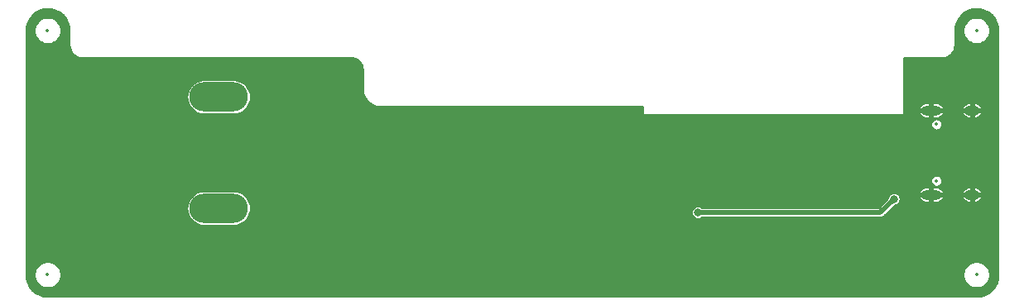
<source format=gbr>
%TF.GenerationSoftware,KiCad,Pcbnew,(5.1.9-0-10_14)*%
%TF.CreationDate,2021-08-23T14:50:20+08:00*%
%TF.ProjectId,KNOB_MAIN,4b4e4f42-5f4d-4414-994e-2e6b69636164,V1.0*%
%TF.SameCoordinates,Original*%
%TF.FileFunction,Copper,L2,Bot*%
%TF.FilePolarity,Positive*%
%FSLAX46Y46*%
G04 Gerber Fmt 4.6, Leading zero omitted, Abs format (unit mm)*
G04 Created by KiCad (PCBNEW (5.1.9-0-10_14)) date 2021-08-23 14:50:21*
%MOMM*%
%LPD*%
G01*
G04 APERTURE LIST*
%TA.AperFunction,ComponentPad*%
%ADD10O,6.000000X3.000000*%
%TD*%
%TA.AperFunction,ComponentPad*%
%ADD11O,2.100000X1.000000*%
%TD*%
%TA.AperFunction,ComponentPad*%
%ADD12O,1.600000X1.000000*%
%TD*%
%TA.AperFunction,ViaPad*%
%ADD13C,0.700000*%
%TD*%
%TA.AperFunction,ViaPad*%
%ADD14C,0.500000*%
%TD*%
%TA.AperFunction,ViaPad*%
%ADD15C,0.800000*%
%TD*%
%TA.AperFunction,Conductor*%
%ADD16C,0.500000*%
%TD*%
%TA.AperFunction,Conductor*%
%ADD17C,0.254000*%
%TD*%
%TA.AperFunction,Conductor*%
%ADD18C,0.350000*%
%TD*%
%ADD19C,0.350000*%
%ADD20C,0.300000*%
%ADD21O,2.800000X2.000000*%
%ADD22O,1.700000X0.600000*%
%ADD23O,1.200000X0.600000*%
G04 APERTURE END LIST*
D10*
%TO.P,SW1,*%
%TO.N,*%
X120000000Y-90700000D03*
X120000000Y-79300000D03*
%TD*%
D11*
%TO.P,J1,S1*%
%TO.N,GND*%
X192870000Y-80680000D03*
X192870000Y-89320000D03*
D12*
X197050000Y-89320000D03*
X197050000Y-80680000D03*
%TD*%
D13*
%TO.N,GND*%
X177500000Y-88500000D03*
X175500000Y-86500000D03*
X175500000Y-88500000D03*
X177500000Y-84500000D03*
X179500000Y-84500000D03*
X179500000Y-86500000D03*
X179500000Y-88500000D03*
X175500000Y-84500000D03*
X177500000Y-86500000D03*
D14*
X170500000Y-86000000D03*
X170500000Y-87000000D03*
X170500000Y-85000000D03*
X190000000Y-83600000D03*
X190000000Y-85600000D03*
X190000000Y-86950000D03*
X193250000Y-85850000D03*
X101000000Y-76000000D03*
X103000000Y-76000000D03*
X105000000Y-76000000D03*
X107000000Y-76000000D03*
X109000000Y-76000000D03*
X111000000Y-76000000D03*
X113000000Y-76000000D03*
X115000000Y-76000000D03*
X117000000Y-76000000D03*
X101000000Y-78000000D03*
X101000000Y-80000000D03*
X101000000Y-82000000D03*
X101000000Y-84000000D03*
X101000000Y-86000000D03*
X101000000Y-88000000D03*
X101000000Y-90000000D03*
X101000000Y-92000000D03*
X101000000Y-94000000D03*
X105000000Y-80000000D03*
X109000000Y-80000000D03*
X105000000Y-84000000D03*
X109000000Y-84000000D03*
X105000000Y-88000000D03*
X109000000Y-92000000D03*
X105000000Y-92000000D03*
X105000000Y-94000000D03*
X109000000Y-94000000D03*
X106000000Y-99000000D03*
X108000000Y-99000000D03*
X110000000Y-99000000D03*
X112000000Y-99000000D03*
X114000000Y-99000000D03*
X116000000Y-99000000D03*
X118000000Y-99000000D03*
X120000000Y-99000000D03*
X122000000Y-99000000D03*
X124000000Y-99000000D03*
X126000000Y-99000000D03*
X128000000Y-99000000D03*
X130000000Y-99000000D03*
X132000000Y-99000000D03*
X134000000Y-99000000D03*
X136000000Y-99000000D03*
X138000000Y-99000000D03*
X140000000Y-99000000D03*
X142000000Y-99000000D03*
X144000000Y-99000000D03*
X146000000Y-99000000D03*
X148000000Y-99000000D03*
X150000000Y-99000000D03*
X152000000Y-99000000D03*
X154000000Y-99000000D03*
X156000000Y-99000000D03*
X158000000Y-99000000D03*
X160000000Y-99000000D03*
X162000000Y-99000000D03*
X164000000Y-99000000D03*
X166000000Y-99000000D03*
X168000000Y-99000000D03*
X170000000Y-99000000D03*
X172000000Y-99000000D03*
X174000000Y-99000000D03*
X176000000Y-99000000D03*
X178000000Y-99000000D03*
X180000000Y-99000000D03*
X182000000Y-99000000D03*
X184000000Y-99000000D03*
X186000000Y-99000000D03*
X188000000Y-99000000D03*
X190000000Y-99000000D03*
X192000000Y-99000000D03*
X194000000Y-99000000D03*
X105000000Y-78000000D03*
X109000000Y-78000000D03*
X105000000Y-82000000D03*
X105000000Y-86000000D03*
X109000000Y-86000000D03*
X105000000Y-90000000D03*
X109000000Y-90000000D03*
X106000000Y-97000000D03*
X110000000Y-97000000D03*
X114000000Y-97000000D03*
X118000000Y-97000000D03*
X122000000Y-97000000D03*
X126000000Y-97000000D03*
X130000000Y-97000000D03*
X113000000Y-78000000D03*
X125000000Y-76000000D03*
X127000000Y-76000000D03*
X129000000Y-76000000D03*
X131000000Y-76000000D03*
X133000000Y-76000000D03*
X127000000Y-78000000D03*
X130000000Y-78000000D03*
X134000000Y-78000000D03*
X132000000Y-80000000D03*
X136000000Y-84000000D03*
X138000000Y-86000000D03*
X140000000Y-89000000D03*
X142000000Y-91000000D03*
X144000000Y-93000000D03*
X146000000Y-95000000D03*
X136000000Y-96000000D03*
X140000000Y-96000000D03*
X144000000Y-96000000D03*
X137000000Y-81000000D03*
X139000000Y-81000000D03*
X141000000Y-81000000D03*
X143000000Y-81000000D03*
X145000000Y-81000000D03*
X147000000Y-81000000D03*
X149000000Y-81000000D03*
X151000000Y-81000000D03*
X153000000Y-81000000D03*
X155000000Y-81000000D03*
X157000000Y-81000000D03*
X159000000Y-81000000D03*
X161000000Y-81000000D03*
X163000000Y-81000000D03*
X164000000Y-81500000D03*
X165000000Y-81500000D03*
X166000000Y-81500000D03*
X167000000Y-81500000D03*
X168000000Y-81500000D03*
X169000000Y-81500000D03*
X170000000Y-81500000D03*
X185000000Y-81500000D03*
X186000000Y-81500000D03*
X187000000Y-81500000D03*
X188000000Y-81500000D03*
X189000000Y-81500000D03*
X190000000Y-81500000D03*
X190500000Y-80500000D03*
X190500000Y-79500000D03*
X190500000Y-78500000D03*
X190500000Y-77500000D03*
X190500000Y-76500000D03*
X199000000Y-76000000D03*
X197000000Y-76000000D03*
X195000000Y-76000000D03*
X193000000Y-76000000D03*
X191000000Y-76000000D03*
X199000000Y-78000000D03*
X199000000Y-92000000D03*
X199000000Y-94000000D03*
X195000000Y-78000000D03*
X195000000Y-92000000D03*
X195000000Y-94000000D03*
X191000000Y-94000000D03*
X191000000Y-92000000D03*
X187000000Y-92000000D03*
X187000000Y-94000000D03*
X183000000Y-94000000D03*
X191000000Y-96000000D03*
X187000000Y-96000000D03*
X183000000Y-96000000D03*
X179000000Y-96000000D03*
X150000000Y-95000000D03*
X148000000Y-93000000D03*
X146000000Y-91000000D03*
X144000000Y-89000000D03*
X142000000Y-87000000D03*
X139000000Y-83000000D03*
X142000000Y-84000000D03*
X146000000Y-84000000D03*
X150000000Y-84000000D03*
X154000000Y-84000000D03*
X158000000Y-84000000D03*
X156000000Y-86000000D03*
X152000000Y-86000000D03*
X148000000Y-86000000D03*
X144000000Y-86000000D03*
X154000000Y-95000000D03*
X158000000Y-95000000D03*
X168000000Y-95000000D03*
X172000000Y-95000000D03*
X175000000Y-94000000D03*
X150000000Y-92000000D03*
X154000000Y-92000000D03*
X158000000Y-92000000D03*
X158000000Y-89000000D03*
X154000000Y-89000000D03*
X150000000Y-89000000D03*
X140000000Y-93000000D03*
X136000000Y-93000000D03*
X132000000Y-93000000D03*
X136000000Y-89000000D03*
X132000000Y-89000000D03*
X113000000Y-94000000D03*
X127000000Y-94000000D03*
X132000000Y-84000000D03*
X132000000Y-86000000D03*
D15*
%TO.N,+5V*%
X169000000Y-91150000D03*
X189050000Y-89750000D03*
%TD*%
D16*
%TO.N,+5V*%
X187650000Y-91150000D02*
X189050000Y-89750000D01*
X169000000Y-91150000D02*
X187650000Y-91150000D01*
%TD*%
D17*
%TO.N,GND*%
X197911591Y-70342355D02*
X198322846Y-70463394D01*
X198702753Y-70662005D01*
X199036848Y-70930626D01*
X199312404Y-71259019D01*
X199518927Y-71634684D01*
X199648552Y-72043314D01*
X199697874Y-72483029D01*
X199698001Y-72501253D01*
X199698000Y-97485226D01*
X199654719Y-97926646D01*
X199530814Y-98337039D01*
X199329555Y-98715553D01*
X199058610Y-99047765D01*
X198728297Y-99321023D01*
X198351196Y-99524921D01*
X197941680Y-99651687D01*
X197501094Y-99697994D01*
X197499516Y-99698000D01*
X102514774Y-99698000D01*
X102073354Y-99654719D01*
X101662961Y-99530814D01*
X101284447Y-99329555D01*
X100952235Y-99058610D01*
X100678977Y-98728297D01*
X100475079Y-98351196D01*
X100348313Y-97941680D01*
X100302006Y-97501094D01*
X100302000Y-97499516D01*
X100302000Y-97364377D01*
X101123000Y-97364377D01*
X101123000Y-97635623D01*
X101175917Y-97901656D01*
X101279718Y-98152254D01*
X101430414Y-98377787D01*
X101622213Y-98569586D01*
X101847746Y-98720282D01*
X102098344Y-98824083D01*
X102364377Y-98877000D01*
X102635623Y-98877000D01*
X102901656Y-98824083D01*
X103152254Y-98720282D01*
X103377787Y-98569586D01*
X103569586Y-98377787D01*
X103720282Y-98152254D01*
X103824083Y-97901656D01*
X103877000Y-97635623D01*
X103877000Y-97364377D01*
X196123000Y-97364377D01*
X196123000Y-97635623D01*
X196175917Y-97901656D01*
X196279718Y-98152254D01*
X196430414Y-98377787D01*
X196622213Y-98569586D01*
X196847746Y-98720282D01*
X197098344Y-98824083D01*
X197364377Y-98877000D01*
X197635623Y-98877000D01*
X197901656Y-98824083D01*
X198152254Y-98720282D01*
X198377787Y-98569586D01*
X198569586Y-98377787D01*
X198720282Y-98152254D01*
X198824083Y-97901656D01*
X198877000Y-97635623D01*
X198877000Y-97364377D01*
X198824083Y-97098344D01*
X198720282Y-96847746D01*
X198569586Y-96622213D01*
X198377787Y-96430414D01*
X198152254Y-96279718D01*
X197901656Y-96175917D01*
X197635623Y-96123000D01*
X197364377Y-96123000D01*
X197098344Y-96175917D01*
X196847746Y-96279718D01*
X196622213Y-96430414D01*
X196430414Y-96622213D01*
X196279718Y-96847746D01*
X196175917Y-97098344D01*
X196123000Y-97364377D01*
X103877000Y-97364377D01*
X103824083Y-97098344D01*
X103720282Y-96847746D01*
X103569586Y-96622213D01*
X103377787Y-96430414D01*
X103152254Y-96279718D01*
X102901656Y-96175917D01*
X102635623Y-96123000D01*
X102364377Y-96123000D01*
X102098344Y-96175917D01*
X101847746Y-96279718D01*
X101622213Y-96430414D01*
X101430414Y-96622213D01*
X101279718Y-96847746D01*
X101175917Y-97098344D01*
X101123000Y-97364377D01*
X100302000Y-97364377D01*
X100302000Y-90700000D01*
X116714402Y-90700000D01*
X116748712Y-91048353D01*
X116850323Y-91383319D01*
X117015330Y-91692025D01*
X117237392Y-91962608D01*
X117507975Y-92184670D01*
X117816681Y-92349677D01*
X118151647Y-92451288D01*
X118412704Y-92477000D01*
X121587296Y-92477000D01*
X121848353Y-92451288D01*
X122183319Y-92349677D01*
X122492025Y-92184670D01*
X122762608Y-91962608D01*
X122984670Y-91692025D01*
X123149677Y-91383319D01*
X123240680Y-91083321D01*
X168323000Y-91083321D01*
X168323000Y-91216679D01*
X168349016Y-91347474D01*
X168400050Y-91470680D01*
X168474140Y-91581563D01*
X168568437Y-91675860D01*
X168679320Y-91749950D01*
X168802526Y-91800984D01*
X168933321Y-91827000D01*
X169066679Y-91827000D01*
X169197474Y-91800984D01*
X169320680Y-91749950D01*
X169429857Y-91677000D01*
X187624119Y-91677000D01*
X187650000Y-91679549D01*
X187675881Y-91677000D01*
X187753310Y-91669374D01*
X187852650Y-91639239D01*
X187944202Y-91590304D01*
X188024448Y-91524448D01*
X188040955Y-91504334D01*
X189118690Y-90426600D01*
X189247474Y-90400984D01*
X189370680Y-90349950D01*
X189481563Y-90275860D01*
X189575860Y-90181563D01*
X189649950Y-90070680D01*
X189700984Y-89947474D01*
X189727000Y-89816679D01*
X189727000Y-89683321D01*
X189703535Y-89565351D01*
X191582754Y-89565351D01*
X191603390Y-89646082D01*
X191680775Y-89779620D01*
X191782725Y-89895495D01*
X191905322Y-89989254D01*
X192043855Y-90057294D01*
X192193000Y-90097000D01*
X192743000Y-90097000D01*
X192743000Y-89447000D01*
X192997000Y-89447000D01*
X192997000Y-90097000D01*
X193547000Y-90097000D01*
X193696145Y-90057294D01*
X193834678Y-89989254D01*
X193957275Y-89895495D01*
X194059225Y-89779620D01*
X194136610Y-89646082D01*
X194157246Y-89565351D01*
X196012754Y-89565351D01*
X196033390Y-89646082D01*
X196110775Y-89779620D01*
X196212725Y-89895495D01*
X196335322Y-89989254D01*
X196473855Y-90057294D01*
X196623000Y-90097000D01*
X196923000Y-90097000D01*
X196923000Y-89447000D01*
X197177000Y-89447000D01*
X197177000Y-90097000D01*
X197477000Y-90097000D01*
X197626145Y-90057294D01*
X197764678Y-89989254D01*
X197887275Y-89895495D01*
X197989225Y-89779620D01*
X198066610Y-89646082D01*
X198087246Y-89565351D01*
X198046262Y-89447000D01*
X197177000Y-89447000D01*
X196923000Y-89447000D01*
X196053738Y-89447000D01*
X196012754Y-89565351D01*
X194157246Y-89565351D01*
X194116262Y-89447000D01*
X192997000Y-89447000D01*
X192743000Y-89447000D01*
X191623738Y-89447000D01*
X191582754Y-89565351D01*
X189703535Y-89565351D01*
X189700984Y-89552526D01*
X189649950Y-89429320D01*
X189575860Y-89318437D01*
X189481563Y-89224140D01*
X189370680Y-89150050D01*
X189247474Y-89099016D01*
X189124970Y-89074649D01*
X191582754Y-89074649D01*
X191623738Y-89193000D01*
X192743000Y-89193000D01*
X192743000Y-88543000D01*
X192997000Y-88543000D01*
X192997000Y-89193000D01*
X194116262Y-89193000D01*
X194157246Y-89074649D01*
X196012754Y-89074649D01*
X196053738Y-89193000D01*
X196923000Y-89193000D01*
X196923000Y-88543000D01*
X197177000Y-88543000D01*
X197177000Y-89193000D01*
X198046262Y-89193000D01*
X198087246Y-89074649D01*
X198066610Y-88993918D01*
X197989225Y-88860380D01*
X197887275Y-88744505D01*
X197764678Y-88650746D01*
X197626145Y-88582706D01*
X197477000Y-88543000D01*
X197177000Y-88543000D01*
X196923000Y-88543000D01*
X196623000Y-88543000D01*
X196473855Y-88582706D01*
X196335322Y-88650746D01*
X196212725Y-88744505D01*
X196110775Y-88860380D01*
X196033390Y-88993918D01*
X196012754Y-89074649D01*
X194157246Y-89074649D01*
X194136610Y-88993918D01*
X194059225Y-88860380D01*
X193957275Y-88744505D01*
X193834678Y-88650746D01*
X193696145Y-88582706D01*
X193547000Y-88543000D01*
X192997000Y-88543000D01*
X192743000Y-88543000D01*
X192193000Y-88543000D01*
X192043855Y-88582706D01*
X191905322Y-88650746D01*
X191782725Y-88744505D01*
X191680775Y-88860380D01*
X191603390Y-88993918D01*
X191582754Y-89074649D01*
X189124970Y-89074649D01*
X189116679Y-89073000D01*
X188983321Y-89073000D01*
X188852526Y-89099016D01*
X188729320Y-89150050D01*
X188618437Y-89224140D01*
X188524140Y-89318437D01*
X188450050Y-89429320D01*
X188399016Y-89552526D01*
X188373400Y-89681310D01*
X187431711Y-90623000D01*
X169429857Y-90623000D01*
X169320680Y-90550050D01*
X169197474Y-90499016D01*
X169066679Y-90473000D01*
X168933321Y-90473000D01*
X168802526Y-90499016D01*
X168679320Y-90550050D01*
X168568437Y-90624140D01*
X168474140Y-90718437D01*
X168400050Y-90829320D01*
X168349016Y-90952526D01*
X168323000Y-91083321D01*
X123240680Y-91083321D01*
X123251288Y-91048353D01*
X123285598Y-90700000D01*
X123251288Y-90351647D01*
X123149677Y-90016681D01*
X122984670Y-89707975D01*
X122762608Y-89437392D01*
X122492025Y-89215330D01*
X122183319Y-89050323D01*
X121848353Y-88948712D01*
X121587296Y-88923000D01*
X118412704Y-88923000D01*
X118151647Y-88948712D01*
X117816681Y-89050323D01*
X117507975Y-89215330D01*
X117237392Y-89437392D01*
X117015330Y-89707975D01*
X116850323Y-90016681D01*
X116748712Y-90351647D01*
X116714402Y-90700000D01*
X100302000Y-90700000D01*
X100302000Y-87830708D01*
X192798000Y-87830708D01*
X192798000Y-87949292D01*
X192821134Y-88065597D01*
X192866514Y-88175154D01*
X192932396Y-88273753D01*
X193016247Y-88357604D01*
X193114846Y-88423486D01*
X193224403Y-88468866D01*
X193340708Y-88492000D01*
X193459292Y-88492000D01*
X193575597Y-88468866D01*
X193685154Y-88423486D01*
X193783753Y-88357604D01*
X193867604Y-88273753D01*
X193933486Y-88175154D01*
X193978866Y-88065597D01*
X194002000Y-87949292D01*
X194002000Y-87830708D01*
X193978866Y-87714403D01*
X193933486Y-87604846D01*
X193867604Y-87506247D01*
X193783753Y-87422396D01*
X193685154Y-87356514D01*
X193575597Y-87311134D01*
X193459292Y-87288000D01*
X193340708Y-87288000D01*
X193224403Y-87311134D01*
X193114846Y-87356514D01*
X193016247Y-87422396D01*
X192932396Y-87506247D01*
X192866514Y-87604846D01*
X192821134Y-87714403D01*
X192798000Y-87830708D01*
X100302000Y-87830708D01*
X100302000Y-82050708D01*
X192798000Y-82050708D01*
X192798000Y-82169292D01*
X192821134Y-82285597D01*
X192866514Y-82395154D01*
X192932396Y-82493753D01*
X193016247Y-82577604D01*
X193114846Y-82643486D01*
X193224403Y-82688866D01*
X193340708Y-82712000D01*
X193459292Y-82712000D01*
X193575597Y-82688866D01*
X193685154Y-82643486D01*
X193783753Y-82577604D01*
X193867604Y-82493753D01*
X193933486Y-82395154D01*
X193978866Y-82285597D01*
X194002000Y-82169292D01*
X194002000Y-82050708D01*
X193978866Y-81934403D01*
X193933486Y-81824846D01*
X193867604Y-81726247D01*
X193783753Y-81642396D01*
X193685154Y-81576514D01*
X193575597Y-81531134D01*
X193459292Y-81508000D01*
X193340708Y-81508000D01*
X193224403Y-81531134D01*
X193114846Y-81576514D01*
X193016247Y-81642396D01*
X192932396Y-81726247D01*
X192866514Y-81824846D01*
X192821134Y-81934403D01*
X192798000Y-82050708D01*
X100302000Y-82050708D01*
X100302000Y-79300000D01*
X116714402Y-79300000D01*
X116748712Y-79648353D01*
X116850323Y-79983319D01*
X117015330Y-80292025D01*
X117237392Y-80562608D01*
X117507975Y-80784670D01*
X117816681Y-80949677D01*
X118151647Y-81051288D01*
X118412704Y-81077000D01*
X121587296Y-81077000D01*
X121848353Y-81051288D01*
X122183319Y-80949677D01*
X122492025Y-80784670D01*
X122762608Y-80562608D01*
X122984670Y-80292025D01*
X123149677Y-79983319D01*
X123251288Y-79648353D01*
X123285598Y-79300000D01*
X123251288Y-78951647D01*
X123149677Y-78616681D01*
X122984670Y-78307975D01*
X122762608Y-78037392D01*
X122492025Y-77815330D01*
X122183319Y-77650323D01*
X121848353Y-77548712D01*
X121587296Y-77523000D01*
X118412704Y-77523000D01*
X118151647Y-77548712D01*
X117816681Y-77650323D01*
X117507975Y-77815330D01*
X117237392Y-78037392D01*
X117015330Y-78307975D01*
X116850323Y-78616681D01*
X116748712Y-78951647D01*
X116714402Y-79300000D01*
X100302000Y-79300000D01*
X100302000Y-72514774D01*
X100316746Y-72364377D01*
X101123000Y-72364377D01*
X101123000Y-72635623D01*
X101175917Y-72901656D01*
X101279718Y-73152254D01*
X101430414Y-73377787D01*
X101622213Y-73569586D01*
X101847746Y-73720282D01*
X102098344Y-73824083D01*
X102364377Y-73877000D01*
X102635623Y-73877000D01*
X102901656Y-73824083D01*
X103152254Y-73720282D01*
X103377787Y-73569586D01*
X103569586Y-73377787D01*
X103720282Y-73152254D01*
X103824083Y-72901656D01*
X103877000Y-72635623D01*
X103877000Y-72364377D01*
X103824083Y-72098344D01*
X103720282Y-71847746D01*
X103569586Y-71622213D01*
X103377787Y-71430414D01*
X103152254Y-71279718D01*
X102901656Y-71175917D01*
X102635623Y-71123000D01*
X102364377Y-71123000D01*
X102098344Y-71175917D01*
X101847746Y-71279718D01*
X101622213Y-71430414D01*
X101430414Y-71622213D01*
X101279718Y-71847746D01*
X101175917Y-72098344D01*
X101123000Y-72364377D01*
X100316746Y-72364377D01*
X100345282Y-72073351D01*
X100469186Y-71662959D01*
X100670445Y-71284448D01*
X100941391Y-70952234D01*
X101271703Y-70678977D01*
X101648802Y-70475080D01*
X102058318Y-70348313D01*
X102484668Y-70303502D01*
X102911591Y-70342355D01*
X103322846Y-70463394D01*
X103702753Y-70662005D01*
X104036848Y-70930626D01*
X104312404Y-71259019D01*
X104518927Y-71634684D01*
X104648552Y-72043314D01*
X104697874Y-72483029D01*
X104698000Y-72501111D01*
X104698001Y-74014833D01*
X104699310Y-74028128D01*
X104699267Y-74034353D01*
X104699678Y-74038549D01*
X104720079Y-74232646D01*
X104725581Y-74259446D01*
X104730712Y-74286345D01*
X104731931Y-74290382D01*
X104789643Y-74476819D01*
X104800237Y-74502021D01*
X104810503Y-74527431D01*
X104812483Y-74531154D01*
X104905308Y-74702831D01*
X104920595Y-74725494D01*
X104935602Y-74748428D01*
X104938267Y-74751696D01*
X105062671Y-74902073D01*
X105082070Y-74921337D01*
X105101244Y-74940916D01*
X105104493Y-74943604D01*
X105255735Y-75066954D01*
X105278487Y-75082070D01*
X105301118Y-75097566D01*
X105304828Y-75099571D01*
X105477150Y-75191196D01*
X105502403Y-75201604D01*
X105527614Y-75212410D01*
X105531643Y-75213657D01*
X105718479Y-75270066D01*
X105745294Y-75275375D01*
X105772102Y-75281073D01*
X105776296Y-75281514D01*
X105970529Y-75300559D01*
X105970536Y-75300559D01*
X105985167Y-75302000D01*
X133485227Y-75302000D01*
X133732415Y-75326237D01*
X133955968Y-75393732D01*
X134162162Y-75503367D01*
X134343131Y-75650962D01*
X134491985Y-75830896D01*
X134603058Y-76036320D01*
X134672112Y-76259398D01*
X134698001Y-76505719D01*
X134698000Y-78514832D01*
X134699344Y-78528482D01*
X134699279Y-78537842D01*
X134699691Y-78542039D01*
X134730291Y-78833184D01*
X134735796Y-78860003D01*
X134740924Y-78886884D01*
X134742143Y-78890921D01*
X134828711Y-79170577D01*
X134839289Y-79195739D01*
X134849571Y-79221189D01*
X134851551Y-79224912D01*
X134990790Y-79482428D01*
X135006062Y-79505069D01*
X135021083Y-79528023D01*
X135023749Y-79531291D01*
X135210354Y-79756858D01*
X135229734Y-79776102D01*
X135248926Y-79795701D01*
X135252176Y-79798389D01*
X135479040Y-79983415D01*
X135501792Y-79998531D01*
X135524423Y-80014027D01*
X135528132Y-80016032D01*
X135786613Y-80153469D01*
X135811854Y-80163872D01*
X135837077Y-80174683D01*
X135841106Y-80175929D01*
X136121360Y-80260543D01*
X136148159Y-80265849D01*
X136174984Y-80271551D01*
X136179178Y-80271992D01*
X136470530Y-80300559D01*
X136470536Y-80300559D01*
X136485167Y-80302000D01*
X163373000Y-80302000D01*
X163373000Y-81000000D01*
X163375440Y-81024776D01*
X163382667Y-81048601D01*
X163394403Y-81070557D01*
X163410197Y-81089803D01*
X163429443Y-81105597D01*
X163451399Y-81117333D01*
X163475224Y-81124560D01*
X163500000Y-81127000D01*
X190000000Y-81127000D01*
X190024776Y-81124560D01*
X190048601Y-81117333D01*
X190070557Y-81105597D01*
X190089803Y-81089803D01*
X190105597Y-81070557D01*
X190117333Y-81048601D01*
X190124560Y-81024776D01*
X190127000Y-81000000D01*
X190127000Y-80925351D01*
X191582754Y-80925351D01*
X191603390Y-81006082D01*
X191680775Y-81139620D01*
X191782725Y-81255495D01*
X191905322Y-81349254D01*
X192043855Y-81417294D01*
X192193000Y-81457000D01*
X192743000Y-81457000D01*
X192743000Y-80807000D01*
X192997000Y-80807000D01*
X192997000Y-81457000D01*
X193547000Y-81457000D01*
X193696145Y-81417294D01*
X193834678Y-81349254D01*
X193957275Y-81255495D01*
X194059225Y-81139620D01*
X194136610Y-81006082D01*
X194157246Y-80925351D01*
X196012754Y-80925351D01*
X196033390Y-81006082D01*
X196110775Y-81139620D01*
X196212725Y-81255495D01*
X196335322Y-81349254D01*
X196473855Y-81417294D01*
X196623000Y-81457000D01*
X196923000Y-81457000D01*
X196923000Y-80807000D01*
X197177000Y-80807000D01*
X197177000Y-81457000D01*
X197477000Y-81457000D01*
X197626145Y-81417294D01*
X197764678Y-81349254D01*
X197887275Y-81255495D01*
X197989225Y-81139620D01*
X198066610Y-81006082D01*
X198087246Y-80925351D01*
X198046262Y-80807000D01*
X197177000Y-80807000D01*
X196923000Y-80807000D01*
X196053738Y-80807000D01*
X196012754Y-80925351D01*
X194157246Y-80925351D01*
X194116262Y-80807000D01*
X192997000Y-80807000D01*
X192743000Y-80807000D01*
X191623738Y-80807000D01*
X191582754Y-80925351D01*
X190127000Y-80925351D01*
X190127000Y-80434649D01*
X191582754Y-80434649D01*
X191623738Y-80553000D01*
X192743000Y-80553000D01*
X192743000Y-79903000D01*
X192997000Y-79903000D01*
X192997000Y-80553000D01*
X194116262Y-80553000D01*
X194157246Y-80434649D01*
X196012754Y-80434649D01*
X196053738Y-80553000D01*
X196923000Y-80553000D01*
X196923000Y-79903000D01*
X197177000Y-79903000D01*
X197177000Y-80553000D01*
X198046262Y-80553000D01*
X198087246Y-80434649D01*
X198066610Y-80353918D01*
X197989225Y-80220380D01*
X197887275Y-80104505D01*
X197764678Y-80010746D01*
X197626145Y-79942706D01*
X197477000Y-79903000D01*
X197177000Y-79903000D01*
X196923000Y-79903000D01*
X196623000Y-79903000D01*
X196473855Y-79942706D01*
X196335322Y-80010746D01*
X196212725Y-80104505D01*
X196110775Y-80220380D01*
X196033390Y-80353918D01*
X196012754Y-80434649D01*
X194157246Y-80434649D01*
X194136610Y-80353918D01*
X194059225Y-80220380D01*
X193957275Y-80104505D01*
X193834678Y-80010746D01*
X193696145Y-79942706D01*
X193547000Y-79903000D01*
X192997000Y-79903000D01*
X192743000Y-79903000D01*
X192193000Y-79903000D01*
X192043855Y-79942706D01*
X191905322Y-80010746D01*
X191782725Y-80104505D01*
X191680775Y-80220380D01*
X191603390Y-80353918D01*
X191582754Y-80434649D01*
X190127000Y-80434649D01*
X190127000Y-75302000D01*
X194014833Y-75302000D01*
X194028137Y-75300690D01*
X194034353Y-75300733D01*
X194038549Y-75300322D01*
X194232646Y-75279921D01*
X194259446Y-75274419D01*
X194286345Y-75269288D01*
X194290382Y-75268069D01*
X194476819Y-75210357D01*
X194502021Y-75199763D01*
X194527431Y-75189497D01*
X194531154Y-75187517D01*
X194702831Y-75094692D01*
X194725494Y-75079405D01*
X194748428Y-75064398D01*
X194751696Y-75061733D01*
X194902073Y-74937329D01*
X194921337Y-74917930D01*
X194940916Y-74898756D01*
X194943604Y-74895507D01*
X195066954Y-74744265D01*
X195082070Y-74721513D01*
X195097566Y-74698882D01*
X195099571Y-74695172D01*
X195191196Y-74522850D01*
X195201604Y-74497597D01*
X195212410Y-74472386D01*
X195213657Y-74468357D01*
X195270066Y-74281521D01*
X195275375Y-74254706D01*
X195281073Y-74227898D01*
X195281514Y-74223704D01*
X195300559Y-74029471D01*
X195300559Y-74029464D01*
X195302000Y-74014833D01*
X195302000Y-72514774D01*
X195316746Y-72364377D01*
X196123000Y-72364377D01*
X196123000Y-72635623D01*
X196175917Y-72901656D01*
X196279718Y-73152254D01*
X196430414Y-73377787D01*
X196622213Y-73569586D01*
X196847746Y-73720282D01*
X197098344Y-73824083D01*
X197364377Y-73877000D01*
X197635623Y-73877000D01*
X197901656Y-73824083D01*
X198152254Y-73720282D01*
X198377787Y-73569586D01*
X198569586Y-73377787D01*
X198720282Y-73152254D01*
X198824083Y-72901656D01*
X198877000Y-72635623D01*
X198877000Y-72364377D01*
X198824083Y-72098344D01*
X198720282Y-71847746D01*
X198569586Y-71622213D01*
X198377787Y-71430414D01*
X198152254Y-71279718D01*
X197901656Y-71175917D01*
X197635623Y-71123000D01*
X197364377Y-71123000D01*
X197098344Y-71175917D01*
X196847746Y-71279718D01*
X196622213Y-71430414D01*
X196430414Y-71622213D01*
X196279718Y-71847746D01*
X196175917Y-72098344D01*
X196123000Y-72364377D01*
X195316746Y-72364377D01*
X195345282Y-72073351D01*
X195469186Y-71662959D01*
X195670445Y-71284448D01*
X195941391Y-70952234D01*
X196271703Y-70678977D01*
X196648802Y-70475080D01*
X197058318Y-70348313D01*
X197484668Y-70303502D01*
X197911591Y-70342355D01*
%TA.AperFunction,Conductor*%
D18*
G36*
X197911591Y-70342355D02*
G01*
X198322846Y-70463394D01*
X198702753Y-70662005D01*
X199036848Y-70930626D01*
X199312404Y-71259019D01*
X199518927Y-71634684D01*
X199648552Y-72043314D01*
X199697874Y-72483029D01*
X199698001Y-72501253D01*
X199698000Y-97485226D01*
X199654719Y-97926646D01*
X199530814Y-98337039D01*
X199329555Y-98715553D01*
X199058610Y-99047765D01*
X198728297Y-99321023D01*
X198351196Y-99524921D01*
X197941680Y-99651687D01*
X197501094Y-99697994D01*
X197499516Y-99698000D01*
X102514774Y-99698000D01*
X102073354Y-99654719D01*
X101662961Y-99530814D01*
X101284447Y-99329555D01*
X100952235Y-99058610D01*
X100678977Y-98728297D01*
X100475079Y-98351196D01*
X100348313Y-97941680D01*
X100302006Y-97501094D01*
X100302000Y-97499516D01*
X100302000Y-97364377D01*
X101123000Y-97364377D01*
X101123000Y-97635623D01*
X101175917Y-97901656D01*
X101279718Y-98152254D01*
X101430414Y-98377787D01*
X101622213Y-98569586D01*
X101847746Y-98720282D01*
X102098344Y-98824083D01*
X102364377Y-98877000D01*
X102635623Y-98877000D01*
X102901656Y-98824083D01*
X103152254Y-98720282D01*
X103377787Y-98569586D01*
X103569586Y-98377787D01*
X103720282Y-98152254D01*
X103824083Y-97901656D01*
X103877000Y-97635623D01*
X103877000Y-97364377D01*
X196123000Y-97364377D01*
X196123000Y-97635623D01*
X196175917Y-97901656D01*
X196279718Y-98152254D01*
X196430414Y-98377787D01*
X196622213Y-98569586D01*
X196847746Y-98720282D01*
X197098344Y-98824083D01*
X197364377Y-98877000D01*
X197635623Y-98877000D01*
X197901656Y-98824083D01*
X198152254Y-98720282D01*
X198377787Y-98569586D01*
X198569586Y-98377787D01*
X198720282Y-98152254D01*
X198824083Y-97901656D01*
X198877000Y-97635623D01*
X198877000Y-97364377D01*
X198824083Y-97098344D01*
X198720282Y-96847746D01*
X198569586Y-96622213D01*
X198377787Y-96430414D01*
X198152254Y-96279718D01*
X197901656Y-96175917D01*
X197635623Y-96123000D01*
X197364377Y-96123000D01*
X197098344Y-96175917D01*
X196847746Y-96279718D01*
X196622213Y-96430414D01*
X196430414Y-96622213D01*
X196279718Y-96847746D01*
X196175917Y-97098344D01*
X196123000Y-97364377D01*
X103877000Y-97364377D01*
X103824083Y-97098344D01*
X103720282Y-96847746D01*
X103569586Y-96622213D01*
X103377787Y-96430414D01*
X103152254Y-96279718D01*
X102901656Y-96175917D01*
X102635623Y-96123000D01*
X102364377Y-96123000D01*
X102098344Y-96175917D01*
X101847746Y-96279718D01*
X101622213Y-96430414D01*
X101430414Y-96622213D01*
X101279718Y-96847746D01*
X101175917Y-97098344D01*
X101123000Y-97364377D01*
X100302000Y-97364377D01*
X100302000Y-90700000D01*
X116714402Y-90700000D01*
X116748712Y-91048353D01*
X116850323Y-91383319D01*
X117015330Y-91692025D01*
X117237392Y-91962608D01*
X117507975Y-92184670D01*
X117816681Y-92349677D01*
X118151647Y-92451288D01*
X118412704Y-92477000D01*
X121587296Y-92477000D01*
X121848353Y-92451288D01*
X122183319Y-92349677D01*
X122492025Y-92184670D01*
X122762608Y-91962608D01*
X122984670Y-91692025D01*
X123149677Y-91383319D01*
X123240680Y-91083321D01*
X168323000Y-91083321D01*
X168323000Y-91216679D01*
X168349016Y-91347474D01*
X168400050Y-91470680D01*
X168474140Y-91581563D01*
X168568437Y-91675860D01*
X168679320Y-91749950D01*
X168802526Y-91800984D01*
X168933321Y-91827000D01*
X169066679Y-91827000D01*
X169197474Y-91800984D01*
X169320680Y-91749950D01*
X169429857Y-91677000D01*
X187624119Y-91677000D01*
X187650000Y-91679549D01*
X187675881Y-91677000D01*
X187753310Y-91669374D01*
X187852650Y-91639239D01*
X187944202Y-91590304D01*
X188024448Y-91524448D01*
X188040955Y-91504334D01*
X189118690Y-90426600D01*
X189247474Y-90400984D01*
X189370680Y-90349950D01*
X189481563Y-90275860D01*
X189575860Y-90181563D01*
X189649950Y-90070680D01*
X189700984Y-89947474D01*
X189727000Y-89816679D01*
X189727000Y-89683321D01*
X189703535Y-89565351D01*
X191582754Y-89565351D01*
X191603390Y-89646082D01*
X191680775Y-89779620D01*
X191782725Y-89895495D01*
X191905322Y-89989254D01*
X192043855Y-90057294D01*
X192193000Y-90097000D01*
X192743000Y-90097000D01*
X192743000Y-89447000D01*
X192997000Y-89447000D01*
X192997000Y-90097000D01*
X193547000Y-90097000D01*
X193696145Y-90057294D01*
X193834678Y-89989254D01*
X193957275Y-89895495D01*
X194059225Y-89779620D01*
X194136610Y-89646082D01*
X194157246Y-89565351D01*
X196012754Y-89565351D01*
X196033390Y-89646082D01*
X196110775Y-89779620D01*
X196212725Y-89895495D01*
X196335322Y-89989254D01*
X196473855Y-90057294D01*
X196623000Y-90097000D01*
X196923000Y-90097000D01*
X196923000Y-89447000D01*
X197177000Y-89447000D01*
X197177000Y-90097000D01*
X197477000Y-90097000D01*
X197626145Y-90057294D01*
X197764678Y-89989254D01*
X197887275Y-89895495D01*
X197989225Y-89779620D01*
X198066610Y-89646082D01*
X198087246Y-89565351D01*
X198046262Y-89447000D01*
X197177000Y-89447000D01*
X196923000Y-89447000D01*
X196053738Y-89447000D01*
X196012754Y-89565351D01*
X194157246Y-89565351D01*
X194116262Y-89447000D01*
X192997000Y-89447000D01*
X192743000Y-89447000D01*
X191623738Y-89447000D01*
X191582754Y-89565351D01*
X189703535Y-89565351D01*
X189700984Y-89552526D01*
X189649950Y-89429320D01*
X189575860Y-89318437D01*
X189481563Y-89224140D01*
X189370680Y-89150050D01*
X189247474Y-89099016D01*
X189124970Y-89074649D01*
X191582754Y-89074649D01*
X191623738Y-89193000D01*
X192743000Y-89193000D01*
X192743000Y-88543000D01*
X192997000Y-88543000D01*
X192997000Y-89193000D01*
X194116262Y-89193000D01*
X194157246Y-89074649D01*
X196012754Y-89074649D01*
X196053738Y-89193000D01*
X196923000Y-89193000D01*
X196923000Y-88543000D01*
X197177000Y-88543000D01*
X197177000Y-89193000D01*
X198046262Y-89193000D01*
X198087246Y-89074649D01*
X198066610Y-88993918D01*
X197989225Y-88860380D01*
X197887275Y-88744505D01*
X197764678Y-88650746D01*
X197626145Y-88582706D01*
X197477000Y-88543000D01*
X197177000Y-88543000D01*
X196923000Y-88543000D01*
X196623000Y-88543000D01*
X196473855Y-88582706D01*
X196335322Y-88650746D01*
X196212725Y-88744505D01*
X196110775Y-88860380D01*
X196033390Y-88993918D01*
X196012754Y-89074649D01*
X194157246Y-89074649D01*
X194136610Y-88993918D01*
X194059225Y-88860380D01*
X193957275Y-88744505D01*
X193834678Y-88650746D01*
X193696145Y-88582706D01*
X193547000Y-88543000D01*
X192997000Y-88543000D01*
X192743000Y-88543000D01*
X192193000Y-88543000D01*
X192043855Y-88582706D01*
X191905322Y-88650746D01*
X191782725Y-88744505D01*
X191680775Y-88860380D01*
X191603390Y-88993918D01*
X191582754Y-89074649D01*
X189124970Y-89074649D01*
X189116679Y-89073000D01*
X188983321Y-89073000D01*
X188852526Y-89099016D01*
X188729320Y-89150050D01*
X188618437Y-89224140D01*
X188524140Y-89318437D01*
X188450050Y-89429320D01*
X188399016Y-89552526D01*
X188373400Y-89681310D01*
X187431711Y-90623000D01*
X169429857Y-90623000D01*
X169320680Y-90550050D01*
X169197474Y-90499016D01*
X169066679Y-90473000D01*
X168933321Y-90473000D01*
X168802526Y-90499016D01*
X168679320Y-90550050D01*
X168568437Y-90624140D01*
X168474140Y-90718437D01*
X168400050Y-90829320D01*
X168349016Y-90952526D01*
X168323000Y-91083321D01*
X123240680Y-91083321D01*
X123251288Y-91048353D01*
X123285598Y-90700000D01*
X123251288Y-90351647D01*
X123149677Y-90016681D01*
X122984670Y-89707975D01*
X122762608Y-89437392D01*
X122492025Y-89215330D01*
X122183319Y-89050323D01*
X121848353Y-88948712D01*
X121587296Y-88923000D01*
X118412704Y-88923000D01*
X118151647Y-88948712D01*
X117816681Y-89050323D01*
X117507975Y-89215330D01*
X117237392Y-89437392D01*
X117015330Y-89707975D01*
X116850323Y-90016681D01*
X116748712Y-90351647D01*
X116714402Y-90700000D01*
X100302000Y-90700000D01*
X100302000Y-87830708D01*
X192798000Y-87830708D01*
X192798000Y-87949292D01*
X192821134Y-88065597D01*
X192866514Y-88175154D01*
X192932396Y-88273753D01*
X193016247Y-88357604D01*
X193114846Y-88423486D01*
X193224403Y-88468866D01*
X193340708Y-88492000D01*
X193459292Y-88492000D01*
X193575597Y-88468866D01*
X193685154Y-88423486D01*
X193783753Y-88357604D01*
X193867604Y-88273753D01*
X193933486Y-88175154D01*
X193978866Y-88065597D01*
X194002000Y-87949292D01*
X194002000Y-87830708D01*
X193978866Y-87714403D01*
X193933486Y-87604846D01*
X193867604Y-87506247D01*
X193783753Y-87422396D01*
X193685154Y-87356514D01*
X193575597Y-87311134D01*
X193459292Y-87288000D01*
X193340708Y-87288000D01*
X193224403Y-87311134D01*
X193114846Y-87356514D01*
X193016247Y-87422396D01*
X192932396Y-87506247D01*
X192866514Y-87604846D01*
X192821134Y-87714403D01*
X192798000Y-87830708D01*
X100302000Y-87830708D01*
X100302000Y-82050708D01*
X192798000Y-82050708D01*
X192798000Y-82169292D01*
X192821134Y-82285597D01*
X192866514Y-82395154D01*
X192932396Y-82493753D01*
X193016247Y-82577604D01*
X193114846Y-82643486D01*
X193224403Y-82688866D01*
X193340708Y-82712000D01*
X193459292Y-82712000D01*
X193575597Y-82688866D01*
X193685154Y-82643486D01*
X193783753Y-82577604D01*
X193867604Y-82493753D01*
X193933486Y-82395154D01*
X193978866Y-82285597D01*
X194002000Y-82169292D01*
X194002000Y-82050708D01*
X193978866Y-81934403D01*
X193933486Y-81824846D01*
X193867604Y-81726247D01*
X193783753Y-81642396D01*
X193685154Y-81576514D01*
X193575597Y-81531134D01*
X193459292Y-81508000D01*
X193340708Y-81508000D01*
X193224403Y-81531134D01*
X193114846Y-81576514D01*
X193016247Y-81642396D01*
X192932396Y-81726247D01*
X192866514Y-81824846D01*
X192821134Y-81934403D01*
X192798000Y-82050708D01*
X100302000Y-82050708D01*
X100302000Y-79300000D01*
X116714402Y-79300000D01*
X116748712Y-79648353D01*
X116850323Y-79983319D01*
X117015330Y-80292025D01*
X117237392Y-80562608D01*
X117507975Y-80784670D01*
X117816681Y-80949677D01*
X118151647Y-81051288D01*
X118412704Y-81077000D01*
X121587296Y-81077000D01*
X121848353Y-81051288D01*
X122183319Y-80949677D01*
X122492025Y-80784670D01*
X122762608Y-80562608D01*
X122984670Y-80292025D01*
X123149677Y-79983319D01*
X123251288Y-79648353D01*
X123285598Y-79300000D01*
X123251288Y-78951647D01*
X123149677Y-78616681D01*
X122984670Y-78307975D01*
X122762608Y-78037392D01*
X122492025Y-77815330D01*
X122183319Y-77650323D01*
X121848353Y-77548712D01*
X121587296Y-77523000D01*
X118412704Y-77523000D01*
X118151647Y-77548712D01*
X117816681Y-77650323D01*
X117507975Y-77815330D01*
X117237392Y-78037392D01*
X117015330Y-78307975D01*
X116850323Y-78616681D01*
X116748712Y-78951647D01*
X116714402Y-79300000D01*
X100302000Y-79300000D01*
X100302000Y-72514774D01*
X100316746Y-72364377D01*
X101123000Y-72364377D01*
X101123000Y-72635623D01*
X101175917Y-72901656D01*
X101279718Y-73152254D01*
X101430414Y-73377787D01*
X101622213Y-73569586D01*
X101847746Y-73720282D01*
X102098344Y-73824083D01*
X102364377Y-73877000D01*
X102635623Y-73877000D01*
X102901656Y-73824083D01*
X103152254Y-73720282D01*
X103377787Y-73569586D01*
X103569586Y-73377787D01*
X103720282Y-73152254D01*
X103824083Y-72901656D01*
X103877000Y-72635623D01*
X103877000Y-72364377D01*
X103824083Y-72098344D01*
X103720282Y-71847746D01*
X103569586Y-71622213D01*
X103377787Y-71430414D01*
X103152254Y-71279718D01*
X102901656Y-71175917D01*
X102635623Y-71123000D01*
X102364377Y-71123000D01*
X102098344Y-71175917D01*
X101847746Y-71279718D01*
X101622213Y-71430414D01*
X101430414Y-71622213D01*
X101279718Y-71847746D01*
X101175917Y-72098344D01*
X101123000Y-72364377D01*
X100316746Y-72364377D01*
X100345282Y-72073351D01*
X100469186Y-71662959D01*
X100670445Y-71284448D01*
X100941391Y-70952234D01*
X101271703Y-70678977D01*
X101648802Y-70475080D01*
X102058318Y-70348313D01*
X102484668Y-70303502D01*
X102911591Y-70342355D01*
X103322846Y-70463394D01*
X103702753Y-70662005D01*
X104036848Y-70930626D01*
X104312404Y-71259019D01*
X104518927Y-71634684D01*
X104648552Y-72043314D01*
X104697874Y-72483029D01*
X104698000Y-72501111D01*
X104698001Y-74014833D01*
X104699310Y-74028128D01*
X104699267Y-74034353D01*
X104699678Y-74038549D01*
X104720079Y-74232646D01*
X104725581Y-74259446D01*
X104730712Y-74286345D01*
X104731931Y-74290382D01*
X104789643Y-74476819D01*
X104800237Y-74502021D01*
X104810503Y-74527431D01*
X104812483Y-74531154D01*
X104905308Y-74702831D01*
X104920595Y-74725494D01*
X104935602Y-74748428D01*
X104938267Y-74751696D01*
X105062671Y-74902073D01*
X105082070Y-74921337D01*
X105101244Y-74940916D01*
X105104493Y-74943604D01*
X105255735Y-75066954D01*
X105278487Y-75082070D01*
X105301118Y-75097566D01*
X105304828Y-75099571D01*
X105477150Y-75191196D01*
X105502403Y-75201604D01*
X105527614Y-75212410D01*
X105531643Y-75213657D01*
X105718479Y-75270066D01*
X105745294Y-75275375D01*
X105772102Y-75281073D01*
X105776296Y-75281514D01*
X105970529Y-75300559D01*
X105970536Y-75300559D01*
X105985167Y-75302000D01*
X133485227Y-75302000D01*
X133732415Y-75326237D01*
X133955968Y-75393732D01*
X134162162Y-75503367D01*
X134343131Y-75650962D01*
X134491985Y-75830896D01*
X134603058Y-76036320D01*
X134672112Y-76259398D01*
X134698001Y-76505719D01*
X134698000Y-78514832D01*
X134699344Y-78528482D01*
X134699279Y-78537842D01*
X134699691Y-78542039D01*
X134730291Y-78833184D01*
X134735796Y-78860003D01*
X134740924Y-78886884D01*
X134742143Y-78890921D01*
X134828711Y-79170577D01*
X134839289Y-79195739D01*
X134849571Y-79221189D01*
X134851551Y-79224912D01*
X134990790Y-79482428D01*
X135006062Y-79505069D01*
X135021083Y-79528023D01*
X135023749Y-79531291D01*
X135210354Y-79756858D01*
X135229734Y-79776102D01*
X135248926Y-79795701D01*
X135252176Y-79798389D01*
X135479040Y-79983415D01*
X135501792Y-79998531D01*
X135524423Y-80014027D01*
X135528132Y-80016032D01*
X135786613Y-80153469D01*
X135811854Y-80163872D01*
X135837077Y-80174683D01*
X135841106Y-80175929D01*
X136121360Y-80260543D01*
X136148159Y-80265849D01*
X136174984Y-80271551D01*
X136179178Y-80271992D01*
X136470530Y-80300559D01*
X136470536Y-80300559D01*
X136485167Y-80302000D01*
X163373000Y-80302000D01*
X163373000Y-81000000D01*
X163375440Y-81024776D01*
X163382667Y-81048601D01*
X163394403Y-81070557D01*
X163410197Y-81089803D01*
X163429443Y-81105597D01*
X163451399Y-81117333D01*
X163475224Y-81124560D01*
X163500000Y-81127000D01*
X190000000Y-81127000D01*
X190024776Y-81124560D01*
X190048601Y-81117333D01*
X190070557Y-81105597D01*
X190089803Y-81089803D01*
X190105597Y-81070557D01*
X190117333Y-81048601D01*
X190124560Y-81024776D01*
X190127000Y-81000000D01*
X190127000Y-80925351D01*
X191582754Y-80925351D01*
X191603390Y-81006082D01*
X191680775Y-81139620D01*
X191782725Y-81255495D01*
X191905322Y-81349254D01*
X192043855Y-81417294D01*
X192193000Y-81457000D01*
X192743000Y-81457000D01*
X192743000Y-80807000D01*
X192997000Y-80807000D01*
X192997000Y-81457000D01*
X193547000Y-81457000D01*
X193696145Y-81417294D01*
X193834678Y-81349254D01*
X193957275Y-81255495D01*
X194059225Y-81139620D01*
X194136610Y-81006082D01*
X194157246Y-80925351D01*
X196012754Y-80925351D01*
X196033390Y-81006082D01*
X196110775Y-81139620D01*
X196212725Y-81255495D01*
X196335322Y-81349254D01*
X196473855Y-81417294D01*
X196623000Y-81457000D01*
X196923000Y-81457000D01*
X196923000Y-80807000D01*
X197177000Y-80807000D01*
X197177000Y-81457000D01*
X197477000Y-81457000D01*
X197626145Y-81417294D01*
X197764678Y-81349254D01*
X197887275Y-81255495D01*
X197989225Y-81139620D01*
X198066610Y-81006082D01*
X198087246Y-80925351D01*
X198046262Y-80807000D01*
X197177000Y-80807000D01*
X196923000Y-80807000D01*
X196053738Y-80807000D01*
X196012754Y-80925351D01*
X194157246Y-80925351D01*
X194116262Y-80807000D01*
X192997000Y-80807000D01*
X192743000Y-80807000D01*
X191623738Y-80807000D01*
X191582754Y-80925351D01*
X190127000Y-80925351D01*
X190127000Y-80434649D01*
X191582754Y-80434649D01*
X191623738Y-80553000D01*
X192743000Y-80553000D01*
X192743000Y-79903000D01*
X192997000Y-79903000D01*
X192997000Y-80553000D01*
X194116262Y-80553000D01*
X194157246Y-80434649D01*
X196012754Y-80434649D01*
X196053738Y-80553000D01*
X196923000Y-80553000D01*
X196923000Y-79903000D01*
X197177000Y-79903000D01*
X197177000Y-80553000D01*
X198046262Y-80553000D01*
X198087246Y-80434649D01*
X198066610Y-80353918D01*
X197989225Y-80220380D01*
X197887275Y-80104505D01*
X197764678Y-80010746D01*
X197626145Y-79942706D01*
X197477000Y-79903000D01*
X197177000Y-79903000D01*
X196923000Y-79903000D01*
X196623000Y-79903000D01*
X196473855Y-79942706D01*
X196335322Y-80010746D01*
X196212725Y-80104505D01*
X196110775Y-80220380D01*
X196033390Y-80353918D01*
X196012754Y-80434649D01*
X194157246Y-80434649D01*
X194136610Y-80353918D01*
X194059225Y-80220380D01*
X193957275Y-80104505D01*
X193834678Y-80010746D01*
X193696145Y-79942706D01*
X193547000Y-79903000D01*
X192997000Y-79903000D01*
X192743000Y-79903000D01*
X192193000Y-79903000D01*
X192043855Y-79942706D01*
X191905322Y-80010746D01*
X191782725Y-80104505D01*
X191680775Y-80220380D01*
X191603390Y-80353918D01*
X191582754Y-80434649D01*
X190127000Y-80434649D01*
X190127000Y-75302000D01*
X194014833Y-75302000D01*
X194028137Y-75300690D01*
X194034353Y-75300733D01*
X194038549Y-75300322D01*
X194232646Y-75279921D01*
X194259446Y-75274419D01*
X194286345Y-75269288D01*
X194290382Y-75268069D01*
X194476819Y-75210357D01*
X194502021Y-75199763D01*
X194527431Y-75189497D01*
X194531154Y-75187517D01*
X194702831Y-75094692D01*
X194725494Y-75079405D01*
X194748428Y-75064398D01*
X194751696Y-75061733D01*
X194902073Y-74937329D01*
X194921337Y-74917930D01*
X194940916Y-74898756D01*
X194943604Y-74895507D01*
X195066954Y-74744265D01*
X195082070Y-74721513D01*
X195097566Y-74698882D01*
X195099571Y-74695172D01*
X195191196Y-74522850D01*
X195201604Y-74497597D01*
X195212410Y-74472386D01*
X195213657Y-74468357D01*
X195270066Y-74281521D01*
X195275375Y-74254706D01*
X195281073Y-74227898D01*
X195281514Y-74223704D01*
X195300559Y-74029471D01*
X195300559Y-74029464D01*
X195302000Y-74014833D01*
X195302000Y-72514774D01*
X195316746Y-72364377D01*
X196123000Y-72364377D01*
X196123000Y-72635623D01*
X196175917Y-72901656D01*
X196279718Y-73152254D01*
X196430414Y-73377787D01*
X196622213Y-73569586D01*
X196847746Y-73720282D01*
X197098344Y-73824083D01*
X197364377Y-73877000D01*
X197635623Y-73877000D01*
X197901656Y-73824083D01*
X198152254Y-73720282D01*
X198377787Y-73569586D01*
X198569586Y-73377787D01*
X198720282Y-73152254D01*
X198824083Y-72901656D01*
X198877000Y-72635623D01*
X198877000Y-72364377D01*
X198824083Y-72098344D01*
X198720282Y-71847746D01*
X198569586Y-71622213D01*
X198377787Y-71430414D01*
X198152254Y-71279718D01*
X197901656Y-71175917D01*
X197635623Y-71123000D01*
X197364377Y-71123000D01*
X197098344Y-71175917D01*
X196847746Y-71279718D01*
X196622213Y-71430414D01*
X196430414Y-71622213D01*
X196279718Y-71847746D01*
X196175917Y-72098344D01*
X196123000Y-72364377D01*
X195316746Y-72364377D01*
X195345282Y-72073351D01*
X195469186Y-71662959D01*
X195670445Y-71284448D01*
X195941391Y-70952234D01*
X196271703Y-70678977D01*
X196648802Y-70475080D01*
X197058318Y-70348313D01*
X197484668Y-70303502D01*
X197911591Y-70342355D01*
G37*
%TD.AperFunction*%
%TD*%
D19*
X177500000Y-88500000D03*
X175500000Y-86500000D03*
X175500000Y-88500000D03*
X177500000Y-84500000D03*
X179500000Y-84500000D03*
X179500000Y-86500000D03*
X179500000Y-88500000D03*
X175500000Y-84500000D03*
X177500000Y-86500000D03*
D20*
X170500000Y-86000000D03*
X170500000Y-87000000D03*
X170500000Y-85000000D03*
X190000000Y-83600000D03*
X190000000Y-85600000D03*
X190000000Y-86950000D03*
X193250000Y-85850000D03*
X101000000Y-76000000D03*
X103000000Y-76000000D03*
X105000000Y-76000000D03*
X107000000Y-76000000D03*
X109000000Y-76000000D03*
X111000000Y-76000000D03*
X113000000Y-76000000D03*
X115000000Y-76000000D03*
X117000000Y-76000000D03*
X101000000Y-78000000D03*
X101000000Y-80000000D03*
X101000000Y-82000000D03*
X101000000Y-84000000D03*
X101000000Y-86000000D03*
X101000000Y-88000000D03*
X101000000Y-90000000D03*
X101000000Y-92000000D03*
X101000000Y-94000000D03*
X105000000Y-80000000D03*
X109000000Y-80000000D03*
X105000000Y-84000000D03*
X109000000Y-84000000D03*
X105000000Y-88000000D03*
X109000000Y-92000000D03*
X105000000Y-92000000D03*
X105000000Y-94000000D03*
X109000000Y-94000000D03*
X106000000Y-99000000D03*
X108000000Y-99000000D03*
X110000000Y-99000000D03*
X112000000Y-99000000D03*
X114000000Y-99000000D03*
X116000000Y-99000000D03*
X118000000Y-99000000D03*
X120000000Y-99000000D03*
X122000000Y-99000000D03*
X124000000Y-99000000D03*
X126000000Y-99000000D03*
X128000000Y-99000000D03*
X130000000Y-99000000D03*
X132000000Y-99000000D03*
X134000000Y-99000000D03*
X136000000Y-99000000D03*
X138000000Y-99000000D03*
X140000000Y-99000000D03*
X142000000Y-99000000D03*
X144000000Y-99000000D03*
X146000000Y-99000000D03*
X148000000Y-99000000D03*
X150000000Y-99000000D03*
X152000000Y-99000000D03*
X154000000Y-99000000D03*
X156000000Y-99000000D03*
X158000000Y-99000000D03*
X160000000Y-99000000D03*
X162000000Y-99000000D03*
X164000000Y-99000000D03*
X166000000Y-99000000D03*
X168000000Y-99000000D03*
X170000000Y-99000000D03*
X172000000Y-99000000D03*
X174000000Y-99000000D03*
X176000000Y-99000000D03*
X178000000Y-99000000D03*
X180000000Y-99000000D03*
X182000000Y-99000000D03*
X184000000Y-99000000D03*
X186000000Y-99000000D03*
X188000000Y-99000000D03*
X190000000Y-99000000D03*
X192000000Y-99000000D03*
X194000000Y-99000000D03*
X105000000Y-78000000D03*
X109000000Y-78000000D03*
X105000000Y-82000000D03*
X105000000Y-86000000D03*
X109000000Y-86000000D03*
X105000000Y-90000000D03*
X109000000Y-90000000D03*
X106000000Y-97000000D03*
X110000000Y-97000000D03*
X114000000Y-97000000D03*
X118000000Y-97000000D03*
X122000000Y-97000000D03*
X126000000Y-97000000D03*
X130000000Y-97000000D03*
X113000000Y-78000000D03*
X125000000Y-76000000D03*
X127000000Y-76000000D03*
X129000000Y-76000000D03*
X131000000Y-76000000D03*
X133000000Y-76000000D03*
X127000000Y-78000000D03*
X130000000Y-78000000D03*
X134000000Y-78000000D03*
X132000000Y-80000000D03*
X136000000Y-84000000D03*
X138000000Y-86000000D03*
X140000000Y-89000000D03*
X142000000Y-91000000D03*
X144000000Y-93000000D03*
X146000000Y-95000000D03*
X136000000Y-96000000D03*
X140000000Y-96000000D03*
X144000000Y-96000000D03*
X137000000Y-81000000D03*
X139000000Y-81000000D03*
X141000000Y-81000000D03*
X143000000Y-81000000D03*
X145000000Y-81000000D03*
X147000000Y-81000000D03*
X149000000Y-81000000D03*
X151000000Y-81000000D03*
X153000000Y-81000000D03*
X155000000Y-81000000D03*
X157000000Y-81000000D03*
X159000000Y-81000000D03*
X161000000Y-81000000D03*
X163000000Y-81000000D03*
X164000000Y-81500000D03*
X165000000Y-81500000D03*
X166000000Y-81500000D03*
X167000000Y-81500000D03*
X168000000Y-81500000D03*
X169000000Y-81500000D03*
X170000000Y-81500000D03*
X185000000Y-81500000D03*
X186000000Y-81500000D03*
X187000000Y-81500000D03*
X188000000Y-81500000D03*
X189000000Y-81500000D03*
X190000000Y-81500000D03*
X190500000Y-80500000D03*
X190500000Y-79500000D03*
X190500000Y-78500000D03*
X190500000Y-77500000D03*
X190500000Y-76500000D03*
X199000000Y-76000000D03*
X197000000Y-76000000D03*
X195000000Y-76000000D03*
X193000000Y-76000000D03*
X191000000Y-76000000D03*
X199000000Y-78000000D03*
X199000000Y-92000000D03*
X199000000Y-94000000D03*
X195000000Y-78000000D03*
X195000000Y-92000000D03*
X195000000Y-94000000D03*
X191000000Y-94000000D03*
X191000000Y-92000000D03*
X187000000Y-92000000D03*
X187000000Y-94000000D03*
X183000000Y-94000000D03*
X191000000Y-96000000D03*
X187000000Y-96000000D03*
X183000000Y-96000000D03*
X179000000Y-96000000D03*
X150000000Y-95000000D03*
X148000000Y-93000000D03*
X146000000Y-91000000D03*
X144000000Y-89000000D03*
X142000000Y-87000000D03*
X139000000Y-83000000D03*
X142000000Y-84000000D03*
X146000000Y-84000000D03*
X150000000Y-84000000D03*
X154000000Y-84000000D03*
X158000000Y-84000000D03*
X156000000Y-86000000D03*
X152000000Y-86000000D03*
X148000000Y-86000000D03*
X144000000Y-86000000D03*
X154000000Y-95000000D03*
X158000000Y-95000000D03*
X168000000Y-95000000D03*
X172000000Y-95000000D03*
X175000000Y-94000000D03*
X150000000Y-92000000D03*
X154000000Y-92000000D03*
X158000000Y-92000000D03*
X158000000Y-89000000D03*
X154000000Y-89000000D03*
X150000000Y-89000000D03*
X140000000Y-93000000D03*
X136000000Y-93000000D03*
X132000000Y-93000000D03*
X136000000Y-89000000D03*
X132000000Y-89000000D03*
X113000000Y-94000000D03*
X127000000Y-94000000D03*
X132000000Y-84000000D03*
X132000000Y-86000000D03*
D19*
X169000000Y-91150000D03*
X189050000Y-89750000D03*
X197500000Y-97500000D03*
X197500000Y-72500000D03*
X102500000Y-97500000D03*
X102500000Y-72500000D03*
D21*
X120000000Y-90700000D03*
X120000000Y-79300000D03*
D22*
X192870000Y-80680000D03*
X192870000Y-89320000D03*
D19*
X193400000Y-87890000D03*
D23*
X197050000Y-89320000D03*
D19*
X193400000Y-82110000D03*
D23*
X197050000Y-80680000D03*
M02*

</source>
